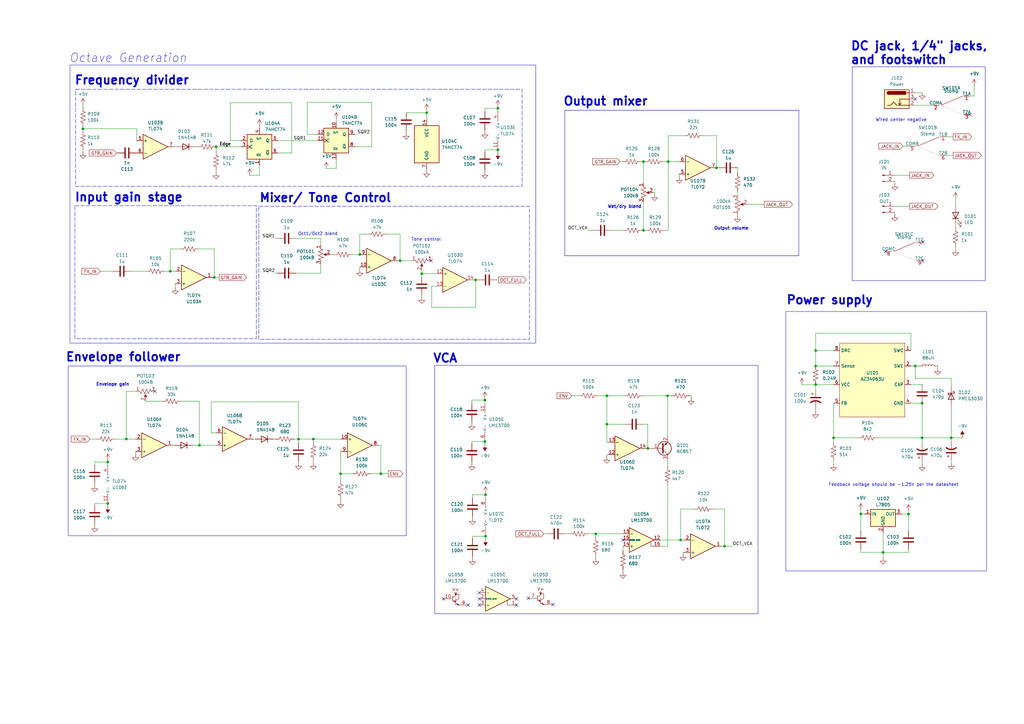
<source format=kicad_sch>
(kicad_sch (version 20231120) (generator "eeschema") (generator_version "8.0")
  (paper "A3")
  (junction (at 293.878 68.834))
  (junction (at 334.518 157.734))
  (junction (at 81.788 182.626))
  (junction (at 199.136 219.964))
  (junction (at 274.066 66.294))
  (junction (at 334.518 143.764))
  (junction (at 88.646 60.198))
  (junction (at 147.574 104.394))
  (junction (at 198.882 181.102))
  (junction (at 139.7 194.31))
  (junction (at 378.206 179.578))
  (junction (at 279.146 221.488))
  (junction (at 341.884 179.578))
  (junction (at 375.412 150.114))
  (junction (at 199.136 202.946))
  (junction (at 204.216 44.45))
  (junction (at 273.812 162.306))
  (junction (at 353.06 210.82))
  (junction (at 198.882 164.084))
  (junction (at 265.684 183.896))
  (junction (at 51.816 180.086))
  (junction (at 248.92 162.306))
  (junction (at 195.072 114.808))
  (junction (at 172.974 112.268))
  (junction (at 128.524 180.086))
  (junction (at 69.85 111.252))
  (junction (at 362.204 226.568))
  (junction (at 87.884 113.792))
  (junction (at 244.348 218.948))
  (junction (at 372.618 210.82))
  (junction (at 334.518 150.114))
  (junction (at 44.196 206.502))
  (junction (at 263.906 66.294))
  (junction (at 378.206 165.354))
  (junction (at 44.196 189.484))
  (junction (at 390.144 179.578))
  (junction (at 122.428 180.086))
  (junction (at 156.21 194.31))
  (junction (at 164.084 106.934))
  (junction (at 175.006 46.228))
  (junction (at 263.906 94.488))
  (junction (at 297.18 224.028))
  (junction (at 34.036 52.832))
  (junction (at 248.92 173.99))
  (junction (at 204.216 61.468))
  (no_connect (at 255.524 221.488))
  (no_connect (at 226.822 247.904))
  (no_connect (at 192.024 248.158))
  (no_connect (at 378.46 99.314))
  (no_connect (at 397.764 46.99))
  (no_connect (at 196.596 248.158))
  (no_connect (at 211.836 245.618))
  (no_connect (at 216.662 245.364))
  (no_connect (at 211.836 248.158))
  (no_connect (at 378.46 106.934))
  (no_connect (at 181.864 245.618))
  (no_connect (at 63.5 160.528))
  (no_connect (at 375.412 40.64))
  (no_connect (at 196.596 245.618))
  (no_connect (at 176.784 106.934))
  (no_connect (at 196.596 243.078))
  (no_connect (at 363.22 103.124))
  (wire (pts (xy 94.488 57.658) (xy 94.488 42.164)))
  (wire (pts (xy 341.884 143.764) (xy 334.518 143.764)))
  (wire (pts (xy 38.862 198.374) (xy 38.862 199.136)))
  (wire (pts (xy 152.146 194.31) (xy 156.21 194.31)))
  (wire (pts (xy 369.824 210.82) (xy 372.618 210.82)))
  (wire (pts (xy 125.984 41.91) (xy 152.4 41.91)))
  (wire (pts (xy 56.134 57.658) (xy 56.134 52.832)))
  (wire (pts (xy 125.984 55.118) (xy 125.984 41.91)))
  (wire (pts (xy 130.302 55.118) (xy 125.984 55.118)))
  (wire (pts (xy 152.4 41.91) (xy 152.4 60.198)))
  (wire (pts (xy 51.816 180.086) (xy 55.626 180.086)))
  (wire (pts (xy 199.136 202.184) (xy 199.136 202.946)))
  (wire (pts (xy 274.066 66.294) (xy 272.034 66.294)))
  (wire (pts (xy 244.348 218.948) (xy 255.524 218.948)))
  (wire (pts (xy 391.922 81.534) (xy 391.922 84.582)))
  (wire (pts (xy 55.626 185.166) (xy 55.626 186.436)))
  (wire (pts (xy 81.788 182.626) (xy 88.646 182.626)))
  (wire (pts (xy 274.066 66.294) (xy 274.066 94.488)))
  (wire (pts (xy 86.614 164.846) (xy 122.428 164.846)))
  (wire (pts (xy 195.072 114.808) (xy 196.088 114.808)))
  (wire (pts (xy 198.882 164.084) (xy 198.882 165.608)))
  (wire (pts (xy 334.518 143.764) (xy 334.518 150.114)))
  (wire (pts (xy 79.248 182.626) (xy 81.788 182.626)))
  (wire (pts (xy 302.514 87.63) (xy 302.514 88.646)))
  (wire (pts (xy 375.412 38.1) (xy 378.206 38.1)))
  (wire (pts (xy 373.634 165.354) (xy 378.206 165.354)))
  (wire (pts (xy 147.828 109.474) (xy 147.574 109.474)))
  (wire (pts (xy 51.816 160.528) (xy 51.816 180.086)))
  (wire (pts (xy 265.684 173.99) (xy 265.684 183.896)))
  (wire (pts (xy 139.7 197.104) (xy 139.7 194.31)))
  (wire (pts (xy 122.428 180.086) (xy 128.524 180.086)))
  (wire (pts (xy 283.464 163.322) (xy 283.464 162.306)))
  (wire (pts (xy 38.862 207.264) (xy 38.862 206.502)))
  (wire (pts (xy 273.812 224.028) (xy 270.764 224.028)))
  (wire (pts (xy 280.162 226.568) (xy 280.162 227.33)))
  (wire (pts (xy 297.18 224.028) (xy 300.482 224.028)))
  (wire (pts (xy 367.03 84.582) (xy 373.126 84.582)))
  (wire (pts (xy 139.7 204.724) (xy 139.7 205.74)))
  (wire (pts (xy 297.18 224.028) (xy 295.91 224.028)))
  (wire (pts (xy 47.752 62.738) (xy 48.26 62.738)))
  (wire (pts (xy 372.618 225.298) (xy 372.618 226.568)))
  (wire (pts (xy 223.012 218.948) (xy 224.282 218.948)))
  (wire (pts (xy 166.624 53.848) (xy 166.624 54.61)))
  (wire (pts (xy 193.802 211.836) (xy 193.802 212.598)))
  (wire (pts (xy 372.618 226.568) (xy 362.204 226.568)))
  (wire (pts (xy 172.974 110.744) (xy 172.974 112.268)))
  (wire (pts (xy 272.542 94.488) (xy 274.066 94.488)))
  (wire (pts (xy 172.974 112.268) (xy 179.07 112.268)))
  (wire (pts (xy 152.4 60.198) (xy 145.542 60.198)))
  (wire (pts (xy 137.922 48.768) (xy 137.922 50.038)))
  (wire (pts (xy 270.764 221.488) (xy 279.146 221.488)))
  (wire (pts (xy 293.878 68.834) (xy 294.894 68.834)))
  (wire (pts (xy 334.518 157.734) (xy 341.884 157.734)))
  (wire (pts (xy 241.046 94.488) (xy 243.332 94.488)))
  (wire (pts (xy 199.136 219.964) (xy 199.136 221.234)))
  (wire (pts (xy 193.802 204.216) (xy 193.802 202.946)))
  (wire (pts (xy 264.922 183.896) (xy 265.684 183.896)))
  (wire (pts (xy 55.88 160.528) (xy 51.816 160.528)))
  (wire (pts (xy 384.556 150.114) (xy 384.556 151.13)))
  (wire (pts (xy 273.812 162.306) (xy 273.812 178.816)))
  (wire (pts (xy 112.776 112.014) (xy 113.792 112.014)))
  (wire (pts (xy 193.802 228.346) (xy 193.802 229.108)))
  (wire (pts (xy 204.216 61.214) (xy 204.216 61.468)))
  (wire (pts (xy 98.806 57.658) (xy 94.488 57.658)))
  (wire (pts (xy 156.21 194.31) (xy 156.21 182.626)))
  (wire (pts (xy 106.426 71.882) (xy 106.426 67.818)))
  (wire (pts (xy 147.574 96.012) (xy 147.574 104.394)))
  (wire (pts (xy 273.812 188.976) (xy 273.812 191.262)))
  (wire (pts (xy 128.524 180.086) (xy 139.954 180.086)))
  (wire (pts (xy 341.884 179.578) (xy 341.884 181.356)))
  (wire (pts (xy 94.488 42.164) (xy 119.634 42.164)))
  (wire (pts (xy 156.21 194.31) (xy 159.258 194.31)))
  (wire (pts (xy 250.952 94.488) (xy 255.778 94.488)))
  (wire (pts (xy 103.886 180.086) (xy 104.648 180.086)))
  (wire (pts (xy 67.564 111.252) (xy 69.85 111.252)))
  (wire (pts (xy 388.112 63.754) (xy 390.906 63.754)))
  (wire (pts (xy 80.01 60.198) (xy 81.026 60.198)))
  (wire (pts (xy 273.812 198.882) (xy 273.812 224.028)))
  (wire (pts (xy 263.906 82.804) (xy 263.906 94.488)))
  (wire (pts (xy 263.906 66.294) (xy 263.906 75.184)))
  (wire (pts (xy 248.92 173.99) (xy 256.286 173.99)))
  (wire (pts (xy 280.67 55.626) (xy 274.066 55.626)))
  (wire (pts (xy 199.136 219.71) (xy 199.136 219.964)))
  (wire (pts (xy 172.974 112.268) (xy 172.974 113.538)))
  (wire (pts (xy 256.032 162.306) (xy 248.92 162.306)))
  (wire (pts (xy 198.882 53.34) (xy 198.882 54.102)))
  (wire (pts (xy 121.412 112.014) (xy 131.572 112.014)))
  (wire (pts (xy 36.83 180.086) (xy 39.624 180.086)))
  (wire (pts (xy 359.664 179.578) (xy 378.206 179.578)))
  (wire (pts (xy 390.144 179.578) (xy 390.144 181.102)))
  (wire (pts (xy 119.634 62.738) (xy 114.046 62.738)))
  (wire (pts (xy 302.514 78.486) (xy 302.514 80.01)))
  (wire (pts (xy 353.06 210.82) (xy 353.06 217.678)))
  (wire (pts (xy 198.882 181.102) (xy 198.882 182.372)))
  (wire (pts (xy 341.884 165.354) (xy 341.884 179.578)))
  (wire (pts (xy 144.526 104.394) (xy 147.574 104.394)))
  (wire (pts (xy 262.89 66.294) (xy 263.906 66.294)))
  (wire (pts (xy 70.866 182.626) (xy 71.628 182.626)))
  (wire (pts (xy 158.496 96.012) (xy 164.084 96.012)))
  (wire (pts (xy 375.412 155.194) (xy 375.412 150.114)))
  (wire (pts (xy 198.882 61.468) (xy 204.216 61.468)))
  (wire (pts (xy 390.144 188.722) (xy 390.144 189.992)))
  (wire (pts (xy 175.006 45.212) (xy 175.006 46.228)))
  (wire (pts (xy 263.652 162.306) (xy 273.812 162.306)))
  (wire (pts (xy 87.884 102.108) (xy 87.884 113.792)))
  (wire (pts (xy 248.92 173.99) (xy 248.92 181.356)))
  (wire (pts (xy 204.216 61.468) (xy 204.216 62.738)))
  (wire (pts (xy 193.802 202.946) (xy 199.136 202.946)))
  (wire (pts (xy 135.382 104.394) (xy 136.906 104.394)))
  (wire (pts (xy 112.776 97.79) (xy 113.792 97.79)))
  (wire (pts (xy 71.882 116.332) (xy 71.882 118.11)))
  (wire (pts (xy 241.3 218.948) (xy 244.348 218.948)))
  (wire (pts (xy 373.634 150.114) (xy 375.412 150.114)))
  (wire (pts (xy 195.072 125.984) (xy 195.072 114.808)))
  (wire (pts (xy 394.716 179.324) (xy 394.716 179.578)))
  (wire (pts (xy 47.244 180.086) (xy 51.816 180.086)))
  (wire (pts (xy 69.85 102.108) (xy 69.85 111.252)))
  (wire (pts (xy 139.7 185.166) (xy 139.954 185.166)))
  (wire (pts (xy 44.196 189.484) (xy 44.196 191.008)))
  (wire (pts (xy 249.682 186.436) (xy 248.92 186.436)))
  (wire (pts (xy 147.574 104.394) (xy 147.828 104.394)))
  (wire (pts (xy 164.084 106.934) (xy 169.164 106.934)))
  (wire (pts (xy 114.046 57.658) (xy 130.302 57.658)))
  (wire (pts (xy 265.684 183.896) (xy 266.192 183.896)))
  (wire (pts (xy 198.882 44.45) (xy 204.216 44.45)))
  (wire (pts (xy 382.524 43.18) (xy 375.412 43.18)))
  (wire (pts (xy 375.412 150.114) (xy 376.936 150.114)))
  (wire (pts (xy 177.038 117.348) (xy 177.038 125.984)))
  (wire (pts (xy 373.634 136.652) (xy 334.518 136.652)))
  (wire (pts (xy 34.036 61.468) (xy 34.036 62.484)))
  (wire (pts (xy 164.084 106.934) (xy 163.068 106.934)))
  (wire (pts (xy 59.69 164.592) (xy 66.548 164.592)))
  (wire (pts (xy 122.428 180.086) (xy 120.65 180.086)))
  (wire (pts (xy 41.148 111.252) (xy 46.228 111.252)))
  (wire (pts (xy 373.634 143.764) (xy 373.634 136.652)))
  (wire (pts (xy 353.06 226.568) (xy 362.204 226.568)))
  (wire (pts (xy 81.534 102.108) (xy 87.884 102.108)))
  (wire (pts (xy 139.7 194.31) (xy 144.526 194.31)))
  (wire (pts (xy 378.206 179.578) (xy 378.206 181.61)))
  (wire (pts (xy 175.006 46.228) (xy 175.006 49.022)))
  (wire (pts (xy 328.93 157.734) (xy 334.518 157.734)))
  (wire (pts (xy 44.196 206.502) (xy 44.196 207.772)))
  (wire (pts (xy 399.542 39.37) (xy 397.764 39.37)))
  (wire (pts (xy 274.066 55.626) (xy 274.066 66.294)))
  (wire (pts (xy 133.858 69.088) (xy 137.922 69.088)))
  (wire (pts (xy 177.038 125.984) (xy 195.072 125.984)))
  (wire (pts (xy 255.524 233.68) (xy 255.524 234.696)))
  (wire (pts (xy 102.362 71.882) (xy 106.426 71.882)))
  (wire (pts (xy 193.802 219.964) (xy 199.136 219.964)))
  (wire (pts (xy 284.734 208.788) (xy 279.146 208.788)))
  (wire (pts (xy 280.67 226.568) (xy 280.162 226.568)))
  (wire (pts (xy 119.634 42.164) (xy 119.634 62.738)))
  (wire (pts (xy 69.85 111.252) (xy 71.882 111.252)))
  (wire (pts (xy 81.788 164.592) (xy 81.788 182.626)))
  (wire (pts (xy 106.426 51.562) (xy 106.426 52.578)))
  (wire (pts (xy 204.216 43.688) (xy 204.216 44.45)))
  (wire (pts (xy 122.428 164.846) (xy 122.428 180.086)))
  (wire (pts (xy 390.144 179.578) (xy 378.206 179.578)))
  (wire (pts (xy 263.906 173.99) (xy 265.684 173.99)))
  (wire (pts (xy 372.618 209.55) (xy 372.618 210.82)))
  (wire (pts (xy 38.862 214.884) (xy 38.862 215.646)))
  (wire (pts (xy 166.624 46.228) (xy 175.006 46.228)))
  (wire (pts (xy 293.878 55.626) (xy 288.29 55.626)))
  (wire (pts (xy 193.548 181.102) (xy 198.882 181.102)))
  (wire (pts (xy 279.146 221.488) (xy 280.67 221.488)))
  (wire (pts (xy 293.878 68.834) (xy 293.878 55.626)))
  (wire (pts (xy 370.332 59.944) (xy 372.872 59.944)))
  (wire (pts (xy 122.428 180.086) (xy 122.428 181.61)))
  (wire (pts (xy 244.348 228.092) (xy 244.348 229.108)))
  (wire (pts (xy 121.412 97.79) (xy 131.572 97.79)))
  (wire (pts (xy 34.036 51.816) (xy 34.036 52.832)))
  (wire (pts (xy 302.514 68.834) (xy 302.514 70.866)))
  (wire (pts (xy 341.884 188.976) (xy 341.884 190.5)))
  (wire (pts (xy 34.036 42.926) (xy 34.036 44.196)))
  (wire (pts (xy 74.168 164.592) (xy 81.788 164.592)))
  (wire (pts (xy 56.134 52.832) (xy 34.036 52.832)))
  (wire (pts (xy 388.112 56.134) (xy 390.906 56.134)))
  (wire (pts (xy 292.354 208.788) (xy 297.18 208.788)))
  (wire (pts (xy 175.006 69.342) (xy 175.006 70.104)))
  (wire (pts (xy 139.7 194.31) (xy 139.7 185.166)))
  (wire (pts (xy 193.548 164.084) (xy 198.882 164.084)))
  (wire (pts (xy 248.92 162.306) (xy 248.92 173.99)))
  (wire (pts (xy 38.862 206.502) (xy 44.196 206.502)))
  (wire (pts (xy 199.136 202.946) (xy 199.136 204.47)))
  (wire (pts (xy 193.548 172.974) (xy 193.548 173.736)))
  (wire (pts (xy 156.21 182.626) (xy 155.194 182.626)))
  (wire (pts (xy 198.882 69.85) (xy 198.882 70.612)))
  (wire (pts (xy 306.324 83.82) (xy 313.436 83.82)))
  (wire (pts (xy 234.442 162.306) (xy 237.49 162.306)))
  (wire (pts (xy 268.478 78.994) (xy 268.478 79.756)))
  (wire (pts (xy 87.884 113.792) (xy 89.916 113.792)))
  (wire (pts (xy 38.862 189.484) (xy 44.196 189.484)))
  (wire (pts (xy 88.646 60.198) (xy 88.646 62.23)))
  (wire (pts (xy 279.146 208.788) (xy 279.146 221.488)))
  (wire (pts (xy 164.084 96.012) (xy 164.084 106.934)))
  (wire (pts (xy 255.524 224.028) (xy 255.524 226.06)))
  (wire (pts (xy 399.542 35.052) (xy 399.542 39.37)))
  (wire (pts (xy 88.646 177.546) (xy 86.614 177.546)))
  (wire (pts (xy 198.882 45.72) (xy 198.882 44.45)))
  (wire (pts (xy 128.524 180.086) (xy 128.524 181.356)))
  (wire (pts (xy 193.548 189.484) (xy 193.548 190.246)))
  (wire (pts (xy 334.518 136.652) (xy 334.518 143.764)))
  (wire (pts (xy 71.374 60.198) (xy 72.39 60.198)))
  (wire (pts (xy 353.06 225.298) (xy 353.06 226.568)))
  (wire (pts (xy 297.18 208.788) (xy 297.18 224.028)))
  (wire (pts (xy 263.906 94.488) (xy 264.922 94.488)))
  (wire (pts (xy 367.03 71.882) (xy 373.126 71.882)))
  (wire (pts (xy 362.204 226.568) (xy 362.204 228.854)))
  (wire (pts (xy 353.06 209.042) (xy 353.06 210.82)))
  (wire (pts (xy 278.638 66.294) (xy 274.066 66.294)))
  (wire (pts (xy 86.614 177.546) (xy 86.614 164.846)))
  (wire (pts (xy 59.69 164.338) (xy 59.69 164.592)))
  (wire (pts (xy 263.398 94.488) (xy 263.906 94.488)))
  (wire (pts (xy 362.204 218.44) (xy 362.204 226.568)))
  (wire (pts (xy 193.548 165.354) (xy 193.548 164.084)))
  (wire (pts (xy 353.06 210.82) (xy 354.584 210.82)))
  (wire (pts (xy 373.634 157.734) (xy 378.206 157.734)))
  (wire (pts (xy 198.882 163.322) (xy 198.882 164.084)))
  (wire (pts (xy 172.974 121.158) (xy 172.974 121.92)))
  (wire (pts (xy 88.646 60.198) (xy 98.806 60.198)))
  (wire (pts (xy 378.206 179.578) (xy 378.206 165.354)))
  (wire (pts (xy 150.876 96.012) (xy 147.574 96.012)))
  (wire (pts (xy 278.638 71.374) (xy 278.638 72.644)))
  (wire (pts (xy 334.518 167.64) (xy 334.518 168.91)))
  (wire (pts (xy 87.884 113.792) (xy 87.122 113.792)))
  (wire (pts (xy 390.144 158.75) (xy 390.144 155.194)))
  (wire (pts (xy 137.922 69.088) (xy 137.922 65.278)))
  (wire (pts (xy 249.682 181.356) (xy 248.92 181.356)))
  (wire (pts (xy 367.03 74.422) (xy 367.03 75.438)))
  (wire (pts (xy 179.07 117.348) (xy 177.038 117.348)))
  (wire (pts (xy 193.548 181.864) (xy 193.548 181.102)))
  (wire (pts (xy 122.428 189.23) (xy 122.428 189.992)))
  (wire (pts (xy 198.882 62.23) (xy 198.882 61.468)))
  (wire (pts (xy 390.144 155.194) (xy 375.412 155.194)))
  (wire (pts (xy 198.882 180.848) (xy 198.882 181.102)))
  (wire (pts (xy 391.922 101.092) (xy 391.922 102.362)))
  (wire (pts (xy 372.618 210.82) (xy 372.618 217.678)))
  (wire (pts (xy 341.884 179.578) (xy 352.044 179.578)))
  (wire (pts (xy 195.072 114.808) (xy 194.31 114.808)))
  (wire (pts (xy 44.196 206.248) (xy 44.196 206.502)))
  (wire (pts (xy 245.11 162.306) (xy 248.92 162.306)))
  (wire (pts (xy 34.036 52.832) (xy 34.036 53.848)))
  (wire (pts (xy 367.03 87.122) (xy 367.03 88.138)))
  (wire (pts (xy 131.572 112.014) (xy 131.572 108.204)))
  (wire (pts (xy 273.812 162.306) (xy 275.336 162.306)))
  (wire (pts (xy 44.196 188.722) (xy 44.196 189.484)))
  (wire (pts (xy 145.542 55.118) (xy 146.558 55.118)))
  (wire (pts (xy 204.216 44.45) (xy 204.216 45.974)))
  (wire (pts (xy 128.524 188.976) (xy 128.524 189.992)))
  (wire (pts (xy 244.348 218.948) (xy 244.348 220.472)))
  (wire (pts (xy 390.144 166.37) (xy 390.144 179.578)))
  (wire (pts (xy 88.646 69.85) (xy 88.646 70.866)))
  (wire (pts (xy 394.716 179.578) (xy 390.144 179.578)))
  (wire (pts (xy 73.914 102.108) (xy 69.85 102.108)))
  (wire (pts (xy 147.574 109.474) (xy 147.574 110.744)))
  (wire (pts (xy 55.88 62.738) (xy 56.134 62.738)))
  (wire (pts (xy 378.206 189.23) (xy 378.206 190.5)))
  (wire (pts (xy 53.848 111.252) (xy 59.944 111.252)))
  (wire (pts (xy 112.268 180.086) (xy 113.03 180.086)))
  (wire (pts (xy 193.802 220.726) (xy 193.802 219.964)))
  (wire (pts (xy 267.716 78.994) (xy 268.478 78.994)))
  (wire (pts (xy 334.518 157.734) (xy 334.518 160.02)))
  (wire (pts (xy 38.862 190.754) (xy 38.862 189.484)))
  (wire (pts (xy 334.518 150.114) (xy 341.884 150.114)))
  (wire (pts (xy 283.464 162.306) (xy 282.956 162.306)))
  (wire (pts (xy 248.92 186.436) (xy 248.92 187.452)))
  (wire (pts (xy 203.708 114.808) (xy 204.47 114.808)))
  (wire (pts (xy 263.906 66.294) (xy 264.414 66.294)))
  (wire (pts (xy 231.902 218.948) (xy 233.68 218.948)))
  (wire (pts (xy 391.922 92.202) (xy 391.922 93.472)))
  (wire (pts (xy 131.572 97.79) (xy 131.572 100.584)))
  (wire (pts (xy 254.254 66.294) (xy 255.27 66.294)))
  (rectangle (start 106.172 84.582) (end 217.17 139.192) (stroke (width 0) (type dash)))
  (rectangle (start 27.94 150.114) (end 166.624 219.71))
  (rectangle (start 28.702 26.67) (end 219.71 140.716))
  (rectangle (start 231.648 45.212) (end 327.66 104.902))
  (rectangle (start 349.504 27.432) (end 404.114 115.062))
  (rectangle (start 30.988 36.576) (end 214.122 76.454) (stroke (width 0) (type dash)))
  (rectangle (start 178.308 149.86) (end 310.896 251.714))
  (rectangle (start 30.734 84.328) (end 105.156 138.938) (stroke (width 0) (type dash)))
  (rectangle (start 322.326 127.762) (end 404.622 234.188))
  (text "DC jack, 1/4\" jacks, \nand footswitch" (at 348.742 21.844 0) (effects (font (size 3.5 3.5) (thickness 0.7) (bold yes)) (justify left)))
  (text "Envelope follower" (at 50.546 146.558 0) (effects (font (size 3.5 3.5) (thickness 0.7) (bold yes))))
  (text "Tone control" (at 168.656 98.298 0) (effects (font (size 1.27 1.27)) (justify left)))
  (text "Output volume" (at 292.862 93.726 0) (effects (font (size 1.27 1.27) (thickness 0.254) (bold yes)) (justify left)))
  (text "Feedback voltage should be -1.25V per the datasheet" (at 339.852 198.882 0) (effects (font (size 1.27 1.27)) (justify left)))
  (text "Frequency divider" (at 54.102 33.02 0) (effects (font (size 3.5 3.5) (thickness 0.7) (bold yes))))
  (text "Wet/dry blend" (at 249.174 84.836 0) (effects (font (size 1.27 1.27) (thickness 0.254) (bold yes)) (justify left)))
  (text "Octave Generation" (at 52.578 23.876 0) (effects (font (size 3.5 3.5) (italic yes))))
  (text "Mixer/ Tone Control" (at 106.172 81.28 0) (effects (font (size 3.5 3.5) (thickness 0.7) (bold yes)) (justify left)))
  (text "Input gain stage" (at 52.832 81.026 0) (effects (font (size 3.5 3.5) (thickness 0.7) (bold yes))))
  (text "Envelope gain" (at 39.37 157.734 0) (effects (font (size 1.27 1.27) (thickness 0.254) (bold yes)) (justify left)))
  (text "VCA" (at 182.626 147.066 0) (effects (font (size 3.5 3.5) (thickness 0.7) (bold yes))))
  (text "Output mixer" (at 248.412 41.656 0) (effects (font (size 3.5 3.5) (thickness 0.7) (bold yes))))
  (text "Power supply" (at 322.326 123.19 0) (effects (font (size 3.5 3.5) (thickness 0.7) (bold yes)) (justify left)))
  (text "Wired center negative" (at 369.57 49.276 0) (effects (font (size 1.27 1.27))))
  (text "Oct1/Oct2 blend" (at 122.174 96.012 0) (effects (font (size 1.27 1.27)) (justify left)))
  (label "OCT_VCA" (at 241.046 94.488 180))
  (label "OCT_VCA" (at 300.482 224.028 0))
  (label "SQR2" (at 112.776 112.014 180))
  (label "SQR1" (at 112.776 97.79 180))
  (label "Edge" (at 89.916 60.198 0) (effects (font (bold yes))))
  (label "SQR1" (at 120.396 57.658 0))
  (label "SQR2" (at 146.558 55.118 0))
  (global_label "ENV" (shape output) (at 159.258 194.31 0) (property "Intersheetrefs" "${INTERSHEET_REFS}" (effects (hide yes))))
  (global_label "JACK_OUT" (shape output) (at 373.126 84.582 0) (property "Intersheetrefs" "${INTERSHEET_REFS}" (effects (hide yes))))
  (global_label "ENV" (shape input) (at 234.442 162.306 180) (property "Intersheetrefs" "${INTERSHEET_REFS}" (effects (hide yes))))
  (global_label "GTR_GAIN" (shape output) (at 89.916 113.792 0) (property "Intersheetrefs" "${INTERSHEET_REFS}" (effects (hide yes))))
  (global_label "FX_IN" (shape output) (at 390.906 56.134 0) (property "Intersheetrefs" "${INTERSHEET_REFS}" (effects (hide yes))))
  (global_label "OCT_FULL" (shape input) (at 223.012 218.948 180) (property "Intersheetrefs" "${INTERSHEET_REFS}" (effects (hide yes))))
  (global_label "JACK_OUT" (shape output) (at 390.906 63.754 0) (property "Intersheetrefs" "${INTERSHEET_REFS}" (effects (hide yes))))
  (global_label "OCT_FULL" (shape output) (at 204.47 114.808 0) (property "Intersheetrefs" "${INTERSHEET_REFS}" (effects (hide yes))))
  (global_label "FX_IN" (shape input) (at 36.83 180.086 180) (property "Intersheetrefs" "${INTERSHEET_REFS}" (effects (hide yes))))
  (global_label "JACK_IN" (shape input) (at 370.332 59.944 180) (property "Intersheetrefs" "${INTERSHEET_REFS}" (effects (hide yes))))
  (global_label "GTR_GAIN" (shape input) (at 47.752 62.738 180) (property "Intersheetrefs" "${INTERSHEET_REFS}" (effects (hide yes))))
  (global_label "GTR_GAIN" (shape input) (at 254.254 66.294 180) (property "Intersheetrefs" "${INTERSHEET_REFS}" (effects (hide yes))))
  (global_label "JACK_IN" (shape output) (at 373.126 71.882 0) (property "Intersheetrefs" "${INTERSHEET_REFS}" (effects (hide yes))))
  (global_label "JACK_OUT" (shape output) (at 313.436 83.82 0) (property "Intersheetrefs" "${INTERSHEET_REFS}" (effects (hide yes))))
  (global_label "FX_IN" (shape input) (at 41.148 111.252 180) (property "Intersheetrefs" "${INTERSHEET_REFS}" (effects (hide yes))))
  (symbol (lib_id "74xx:74HCT74") (at 106.426 60.198 0) (unit 1)
    (property "Reference" "U104" (at 108.6201 50.546 0) (effects (justify left)))
    (property "Value" "74HCT74" (at 108.6201 53.086 0) (effects (justify left)))
    (property "Footprint" "Package_SO:SO-14_3.9x8.65mm_P1.27mm" (effects (hide yes)))
    (property "Datasheet" "https://assets.nexperia.com/documents/data-sheet/74HC_HCT74.pdf" (effects (hide yes)))
    (property "Description" "Dual D Flip-flop, Set & Reset" (effects (hide yes)))
  )
  (symbol (lib_id "Device:C") (at 38.862 211.074 0) (unit 1)
    (property "Reference" "C117" (at 35.052 209.8039 0) (effects (justify right)))
    (property "Value" "100n" (at 35.052 212.3439 0) (effects (justify right)))
    (property "Footprint" "Capacitor_SMD:C_0805_2012Metric" (effects (hide yes)))
    (property "Description" "Unpolarized capacitor" (effects (hide yes)))
  )
  (symbol (lib_id "power:GND") (at 334.518 168.91 0) (unit 1)
    (property "Reference" "#PWR0108" (effects (hide yes)))
    (property "Value" "GND" (effects (hide yes)))
    (property "Description" "Power symbol creates a global label with name \"GND\" , ground" (effects (hide yes)))
  )
  (symbol (lib_id "power:-9V") (at 394.716 179.324 0) (unit 1)
    (property "Reference" "#PWR0116" (effects (hide yes)))
    (property "Value" "-9V" (at 394.716 174.752 0))
    (property "Description" "Power symbol creates a global label with name \"-9V\"" (effects (hide yes)))
  )
  (symbol (lib_id "power:GND") (at 280.162 227.33 0) (unit 1)
    (property "Reference" "#PWR0150" (effects (hide yes)))
    (property "Value" "GND" (effects (hide yes)))
    (property "Description" "Power symbol creates a global label with name \"GND\" , ground" (effects (hide yes)))
  )
  (symbol (lib_id "Device:C") (at 193.802 208.026 0) (unit 1)
    (property "Reference" "C120" (at 189.992 206.7559 0) (effects (justify right)))
    (property "Value" "100n" (at 189.992 209.2959 0) (effects (justify right)))
    (property "Footprint" "Capacitor_SMD:C_0805_2012Metric" (effects (hide yes)))
    (property "Description" "Unpolarized capacitor" (effects (hide yes)))
  )
  (symbol (lib_id "power:+5V") (at 175.006 45.212 0) (unit 1)
    (property "Reference" "#PWR0132" (effects (hide yes)))
    (property "Value" "+5V" (at 175.006 40.894 0))
    (property "Description" "Power symbol creates a global label with name \"+5V\"" (effects (hide yes)))
  )
  (symbol (lib_id "Device:C") (at 378.206 161.544 0) (unit 1)
    (property "Reference" "C104" (at 382.27 160.2739 0) (effects (justify left)))
    (property "Value" "470p" (at 382.27 162.8139 0) (effects (justify left)))
    (property "Footprint" "Capacitor_SMD:C_0805_2012Metric" (effects (hide yes)))
    (property "Description" "Unpolarized capacitor" (effects (hide yes)))
  )
  (symbol (lib_id "74xx:74HCT74") (at 137.922 57.658 0) (unit 2)
    (property "Reference" "U104" (at 140.1161 48.006 0) (effects (justify left)))
    (property "Value" "74HCT74" (at 140.1161 50.546 0) (effects (justify left)))
    (property "Footprint" "Package_SO:SO-14_3.9x8.65mm_P1.27mm" (effects (hide yes)))
    (property "Datasheet" "https://assets.nexperia.com/documents/data-sheet/74HC_HCT74.pdf" (effects (hide yes)))
    (property "Description" "Dual D Flip-flop, Set & Reset" (effects (hide yes)))
  )
  (symbol (lib_id "Connector:Conn_01x02_Pin") (at 361.95 71.882 0) (unit 1)
    (property "Reference" "J101" (at 362.585 66.294 0))
    (property "Value" "IN" (at 362.585 68.834 0))
    (property "Footprint" "Connector_PinHeader_2.54mm:PinHeader_1x02_P2.54mm_Vertical" (effects (hide yes)))
    (property "Description" "Generic connector, single row, 01x02, script generated" (effects (hide yes)))
  )
  (symbol (lib_id "Diode:1N4148") (at 75.438 182.626 180) (unit 1)
    (property "Reference" "D104" (at 72.136 176.276 0) (effects (justify right)))
    (property "Value" "1N4148" (at 72.136 178.816 0) (effects (justify right)))
    (property "Footprint" "Diode_SMD:D_SOD-123" (effects (hide yes)))
    (property "Datasheet" "https://assets.nexperia.com/documents/data-sheet/1N4148_1N4448.pdf" (effects (hide yes)))
    (property "Sim.Device" "D" (effects (hide yes)))
    (property "Sim.Pins" "1=K 2=A" (effects (hide yes)))
  )
  (symbol (lib_id "power:+5V") (at 34.036 42.926 0) (unit 1)
    (property "Reference" "#PWR0124" (effects (hide yes)))
    (property "Value" "+5V" (at 34.036 38.608 0))
    (property "Description" "Power symbol creates a global label with name \"+5V\"" (effects (hide yes)))
  )
  (symbol (lib_id "Amplifier_Operational:TL072") (at 288.29 224.028 0) (mirror x) (unit 1)
    (property "Reference" "U107" (at 288.29 213.868 0))
    (property "Value" "TL072" (at 288.29 216.408 0))
    (property "Footprint" "Package_SO:SOIC-8_3.9x4.9mm_P1.27mm" (effects (hide yes)))
    (property "Datasheet" "http://www.ti.com/lit/ds/symlink/tl071.pdf" (effects (hide yes)))
    (property "Description" "Dual Low-Noise JFET-Input Operational Amplifiers, DIP-8/SOIC-8" (effects (hide yes)))
  )
  (symbol (lib_id "Amplifier_Operational:TL072") (at 286.258 68.834 0) (mirror x) (unit 2)
    (property "Reference" "U107" (at 286.258 74.168 0))
    (property "Value" "TL072" (at 286.258 76.708 0))
    (property "Footprint" "Package_SO:SOIC-8_3.9x4.9mm_P1.27mm" (effects (hide yes)))
    (property "Datasheet" "http://www.ti.com/lit/ds/symlink/tl071.pdf" (effects (hide yes)))
    (property "Description" "Dual Low-Noise JFET-Input Operational Amplifiers, DIP-8/SOIC-8" (effects (hide yes)))
  )
  (symbol (lib_id "Device:C") (at 199.898 114.808 90) (unit 1)
    (property "Reference" "C114" (at 199.898 108.204 90))
    (property "Value" "1u" (at 199.898 110.744 90))
    (property "Footprint" "Capacitor_SMD:C_0805_2012Metric" (effects (hide yes)))
    (property "Description" "Unpolarized capacitor" (effects (hide yes)))
  )
  (symbol (lib_id "Device:R_US") (at 244.348 224.282 0) (unit 1)
    (property "Reference" "R116" (at 246.634 223.0119 0) (effects (justify left)))
    (property "Value" "680" (at 246.634 225.5519 0) (effects (justify left)))
    (property "Footprint" "Resistor_SMD:R_0805_2012Metric" (effects (hide yes)))
    (property "Description" "Resistor, US symbol" (effects (hide yes)))
  )
  (symbol (lib_id "Amplifier_Operational:TL074") (at 41.656 198.628 0) (mirror y) (unit 5)
    (property "Reference" "U106" (at 45.974 199.8981 0) (effects (justify right)))
    (property "Value" "TL074" (at 45.974 197.3581 0) (effects (justify right)))
    (property "Footprint" "Package_SO:SOIC-14_3.9x8.7mm_P1.27mm" (effects (hide yes)))
    (property "Datasheet" "http://www.ti.com/lit/ds/symlink/tl071.pdf" (effects (hide yes)))
    (property "Description" "Quad Low-Noise JFET-Input Operational Amplifiers, DIP-14/SOIC-14" (effects (hide yes)))
  )
  (symbol (lib_id "Device:R_US") (at 63.754 111.252 90) (unit 1)
    (property "Reference" "R105" (at 63.754 105.918 90))
    (property "Value" "10k" (at 63.754 108.458 90))
    (property "Footprint" "Resistor_SMD:R_0805_2012Metric" (effects (hide yes)))
    (property "Description" "Resistor, US symbol" (effects (hide yes)))
  )
  (symbol (lib_id "power:GND") (at 38.862 199.136 0) (unit 1)
    (property "Reference" "#PWR0134" (effects (hide yes)))
    (property "Value" "GND" (effects (hide yes)))
    (property "Description" "Power symbol creates a global label with name \"GND\" , ground" (effects (hide yes)))
  )
  (symbol (lib_id "Amplifier_Operational:TL074") (at 186.69 114.808 0) (unit 4)
    (property "Reference" "U103" (at 186.69 104.648 0))
    (property "Value" "TL074" (at 186.69 107.188 0))
    (property "Footprint" "Package_SO:SOIC-14_3.9x8.7mm_P1.27mm" (effects (hide yes)))
    (property "Datasheet" "http://www.ti.com/lit/ds/symlink/tl071.pdf" (effects (hide yes)))
    (property "Description" "Quad Low-Noise JFET-Input Operational Amplifiers, DIP-14/SOIC-14" (effects (hide yes)))
  )
  (symbol (lib_id "Device:R_US") (at 139.7 200.914 0) (unit 1)
    (property "Reference" "R127" (at 141.478 199.6439 0) (effects (justify left)))
    (property "Value" "47k" (at 141.478 202.1839 0) (effects (justify left)))
    (property "Footprint" "Resistor_SMD:R_0805_2012Metric" (effects (hide yes)))
    (property "Description" "Resistor, US symbol" (effects (hide yes)))
  )
  (symbol (lib_id "Amplifier_Operational:LM13700") (at 201.422 173.228 0) (unit 5)
    (property "Reference" "U105" (at 200.406 171.9579 0) (effects (justify left)))
    (property "Value" "LM13700" (at 200.406 174.4979 0) (effects (justify left)))
    (property "Footprint" "Package_SO:SOIC-16_3.9x9.9mm_P1.27mm" (effects (hide yes)))
    (property "Datasheet" "http://www.ti.com/lit/ds/symlink/lm13700.pdf" (effects (hide yes)))
    (property "Description" "Dual Operational Transconductance Amplifiers with Linearizing Diodes and Buffers, DIP-16/SOIC-16" (effects (hide yes)))
  )
  (symbol (lib_id "power:+5V") (at 106.426 51.562 0) (unit 1)
    (property "Reference" "#PWR0128" (effects (hide yes)))
    (property "Value" "+5V" (at 106.426 46.482 0))
    (property "Description" "Power symbol creates a global label with name \"+5V\"" (effects (hide yes)))
  )
  (symbol (lib_id "power:+9V") (at 204.216 43.688 0) (unit 1)
    (property "Reference" "#PWR0119" (effects (hide yes)))
    (property "Value" "+9V" (at 204.216 39.37 0))
    (property "Description" "Power symbol creates a global label with name \"+9V\"" (effects (hide yes)))
  )
  (symbol (lib_id "power:GND") (at 34.036 62.484 0) (unit 1)
    (property "Reference" "#PWR0125" (effects (hide yes)))
    (property "Value" "GND" (effects (hide yes)))
    (property "Description" "Power symbol creates a global label with name \"GND\" , ground" (effects (hide yes)))
  )
  (symbol (lib_id "Amplifier_Operational:TL074") (at 79.502 113.792 0) (mirror x) (unit 1)
    (property "Reference" "U103" (at 79.502 123.698 0))
    (property "Value" "TL074" (at 79.502 121.158 0))
    (property "Footprint" "Package_SO:SOIC-14_3.9x8.7mm_P1.27mm" (effects (hide yes)))
    (property "Datasheet" "http://www.ti.com/lit/ds/symlink/tl071.pdf" (effects (hide yes)))
    (property "Description" "Quad Low-Noise JFET-Input Operational Amplifiers, DIP-14/SOIC-14" (effects (hide yes)))
  )
  (symbol (lib_id "power:GND") (at 302.514 88.646 0) (unit 1)
    (property "Reference" "#PWR0157" (effects (hide yes)))
    (property "Value" "GND" (effects (hide yes)))
    (property "Description" "Power symbol creates a global label with name \"GND\" , ground" (effects (hide yes)))
  )
  (symbol (lib_id "Device:R_Potentiometer_US") (at 59.69 160.528 90) (mirror x) (unit 1)
    (property "Reference" "POT103" (at 59.69 154.178 90))
    (property "Value" "100kB" (at 59.69 156.718 90))
    (property "Footprint" "Potentiometer_THT:Potentiometer_Alpha_RD901F-40-00D_Single_Vertical" (effects (hide yes)))
    (property "Description" "Potentiometer, US symbol" (effects (hide yes)))
  )
  (symbol (lib_id "Regulator_Linear:L7805") (at 362.204 210.82 0) (unit 1)
    (property "Reference" "U102" (at 362.204 204.47 0))
    (property "Value" "L7805" (at 362.204 207.01 0))
    (property "Footprint" "PCM_4ms_Package_TO:TO-220-3_Vertical" (effects (hide yes)))
    (property "Datasheet" "http://www.st.com/content/ccc/resource/technical/document/datasheet/41/4f/b3/b0/12/d4/47/88/CD00000444.pdf/files/CD00000444.pdf/jcr:content/translations/en.CD00000444.pdf" (effects (hide yes)))
    (property "Description" "Positive 1.5A 35V Linear Regulator, Fixed Output 5V, TO-220/TO-263/TO-252" (effects (hide yes)))
  )
  (symbol (lib_id "Amplifier_Operational:TL074") (at 147.574 182.626 0) (unit 3)
    (property "Reference" "U106" (at 147.574 174.244 0))
    (property "Value" "TL074" (at 147.574 171.704 0))
    (property "Footprint" "Package_SO:SOIC-14_3.9x8.7mm_P1.27mm" (effects (hide yes)))
    (property "Datasheet" "http://www.ti.com/lit/ds/symlink/tl071.pdf" (effects (hide yes)))
    (property "Description" "Quad Low-Noise JFET-Input Operational Amplifiers, DIP-14/SOIC-14" (effects (hide yes)))
  )
  (symbol (lib_id "Device:R_Potentiometer_US") (at 302.514 83.82 0) (mirror x) (unit 1)
    (property "Reference" "POT105" (at 299.72 85.0901 0) (effects (justify right)))
    (property "Value" "100kA" (at 299.72 82.5501 0) (effects (justify right)))
    (property "Footprint" "Potentiometer_THT:Potentiometer_Alpha_RD901F-40-00D_Single_Vertical" (effects (hide yes)))
    (property "Description" "Potentiometer, US symbol" (effects (hide yes)))
  )
  (symbol (lib_id "power:GND") (at 128.524 189.992 0) (unit 1)
    (property "Reference" "#PWR0153" (effects (hide yes)))
    (property "Value" "GND" (effects (hide yes)))
    (property "Description" "Power symbol creates a global label with name \"GND\" , ground" (effects (hide yes)))
  )
  (symbol (lib_id "power:GND") (at 71.882 118.11 0) (unit 1)
    (property "Reference" "#PWR0121" (effects (hide yes)))
    (property "Value" "GND" (effects (hide yes)))
    (property "Description" "Power symbol creates a global label with name \"GND\" , ground" (effects (hide yes)))
  )
  (symbol (lib_id "Device:R_US") (at 334.518 153.924 180) (unit 1)
    (property "Reference" "R102" (at 337.312 152.6539 0) (effects (justify right)))
    (property "Value" "0.24R" (at 337.312 155.1939 0) (effects (justify right)))
    (property "Footprint" "Resistor_SMD:R_0805_2012Metric" (effects (hide yes)))
    (property "Description" "Resistor, US symbol" (effects (hide yes)))
  )
  (symbol (lib_id "Device:C") (at 50.038 111.252 90) (unit 1)
    (property "Reference" "C111" (at 50.038 104.648 90))
    (property "Value" "1u" (at 50.038 107.188 90))
    (property "Footprint" "Capacitor_SMD:C_0805_2012Metric" (effects (hide yes)))
    (property "Description" "Unpolarized capacitor" (effects (hide yes)))
  )
  (symbol (lib_id "power:GND") (at 390.144 189.992 0) (unit 1)
    (property "Reference" "#PWR0115" (effects (hide yes)))
    (property "Value" "GND" (effects (hide yes)))
    (property "Description" "Power symbol creates a global label with name \"GND\" , ground" (effects (hide yes)))
  )
  (symbol (lib_id "Amplifier_Operational:TL072") (at 201.676 212.09 0) (unit 3)
    (property "Reference" "U107" (at 200.406 210.8199 0) (effects (justify left)))
    (property "Value" "TL072" (at 200.406 213.3599 0) (effects (justify left)))
    (property "Footprint" "Package_SO:SOIC-8_3.9x4.9mm_P1.27mm" (effects (hide yes)))
    (property "Datasheet" "http://www.ti.com/lit/ds/symlink/tl071.pdf" (effects (hide yes)))
    (property "Description" "Dual Low-Noise JFET-Input Operational Amplifiers, DIP-8/SOIC-8" (effects (hide yes)))
  )
  (symbol (lib_id "Device:R_US") (at 43.434 180.086 90) (unit 1)
    (property "Reference" "R113" (at 43.434 174.498 90))
    (property "Value" "22k" (at 43.434 177.038 90))
    (property "Footprint" "Resistor_SMD:R_0805_2012Metric" (effects (hide yes)))
    (property "Description" "Resistor, US symbol" (effects (hide yes)))
  )
  (symbol (lib_id "power:GND") (at 166.624 54.61 0) (unit 1)
    (property "Reference" "#PWR0131" (effects (hide yes)))
    (property "Value" "GND" (effects (hide yes)))
    (property "Description" "Power symbol creates a global label with name \"GND\" , ground" (effects (hide yes)))
  )
  (symbol (lib_id "power:-9V") (at 199.136 221.234 180) (unit 1)
    (property "Reference" "#PWR0145" (effects (hide yes)))
    (property "Value" "-9V" (at 199.136 225.806 0))
    (property "Description" "Power symbol creates a global label with name \"-9V\"" (effects (hide yes)))
  )
  (symbol (lib_id "power:GND") (at 255.524 234.696 0) (unit 1)
    (property "Reference" "#PWR0149" (effects (hide yes)))
    (property "Value" "GND" (effects (hide yes)))
    (property "Description" "Power symbol creates a global label with name \"GND\" , ground" (effects (hide yes)))
  )
  (symbol (lib_id "Device:C") (at 193.548 185.674 0) (unit 1)
    (property "Reference" "C119" (at 189.738 184.4039 0) (effects (justify right)))
    (property "Value" "100n" (at 189.738 186.9439 0) (effects (justify right)))
    (property "Footprint" "Capacitor_SMD:C_0805_2012Metric" (effects (hide yes)))
    (property "Description" "Unpolarized capacitor" (effects (hide yes)))
  )
  (symbol (lib_id "power:GND") (at 362.204 228.854 0) (unit 1)
    (property "Reference" "#PWR0111" (effects (hide yes)))
    (property "Value" "GND" (effects (hide yes)))
    (property "Description" "Power symbol creates a global label with name \"GND\" , ground" (effects (hide yes)))
  )
  (symbol (lib_id "power:GND") (at 193.548 173.736 0) (unit 1)
    (property "Reference" "#PWR0136" (effects (hide yes)))
    (property "Value" "GND" (effects (hide yes)))
    (property "Description" "Power symbol creates a global label with name \"GND\" , ground" (effects (hide yes)))
  )
  (symbol (lib_id "Device:R_US") (at 88.646 66.04 0) (unit 1)
    (property "Reference" "R112" (at 91.186 64.7699 0) (effects (justify left)))
    (property "Value" "47k" (at 91.186 67.3099 0) (effects (justify left)))
    (property "Footprint" "Resistor_SMD:R_0805_2012Metric" (effects (hide yes)))
    (property "Description" "Resistor, US symbol" (effects (hide yes)))
  )
  (symbol (lib_id "Device:R_US") (at 279.146 162.306 90) (unit 1)
    (property "Reference" "R121" (at 279.146 156.21 90))
    (property "Value" "470" (at 279.146 158.75 90))
    (property "Footprint" "Resistor_SMD:R_0805_2012Metric" (effects (hide yes)))
    (property "Description" "Resistor, US symbol" (effects (hide yes)))
  )
  (symbol (lib_id "Device:L") (at 380.746 150.114 90) (unit 1)
    (property "Reference" "L101" (at 380.746 144.272 90))
    (property "Value" "88uH" (at 380.746 146.812 90))
    (property "Footprint" "Inductor_SMD:L_Taiyo-Yuden_NR-80xx" (effects (hide yes)))
    (property "Description" "Inductor" (effects (hide yes)))
  )
  (symbol (lib_id "power:GND") (at 341.884 190.5 0) (unit 1)
    (property "Reference" "#PWR0109" (effects (hide yes)))
    (property "Value" "GND" (effects (hide yes)))
    (property "Description" "Power symbol creates a global label with name \"GND\" , ground" (effects (hide yes)))
  )
  (symbol (lib_id "power:+9V") (at 198.882 163.322 0) (unit 1)
    (property "Reference" "#PWR0142" (effects (hide yes)))
    (property "Value" "+9V" (at 198.882 159.004 0))
    (property "Description" "Power symbol creates a global label with name \"+9V\"" (effects (hide yes)))
  )
  (symbol (lib_id "power:GND") (at 283.464 163.322 0) (unit 1)
    (property "Reference" "#PWR0151" (effects (hide yes)))
    (property "Value" "GND" (effects (hide yes)))
    (property "Description" "Power symbol creates a global label with name \"GND\" , ground" (effects (hide yes)))
  )
  (symbol (lib_id "Device:C") (at 117.602 112.014 90) (unit 1)
    (property "Reference" "C110" (at 117.602 104.902 90))
    (property "Value" "1u" (at 117.602 107.442 90))
    (property "Footprint" "Capacitor_SMD:C_0805_2012Metric" (effects (hide yes)))
    (property "Description" "Unpolarized capacitor" (effects (hide yes)))
  )
  (symbol (lib_id "Device:C") (at 117.602 97.79 90) (unit 1)
    (property "Reference" "C109" (at 117.602 90.678 90))
    (property "Value" "1u" (at 117.602 93.218 90))
    (property "Footprint" "Capacitor_SMD:C_0805_2012Metric" (effects (hide yes)))
    (property "Description" "Unpolarized capacitor" (effects (hide yes)))
  )
  (symbol (lib_id "Device:C") (at 228.092 218.948 90) (unit 1)
    (property "Reference" "C122" (at 228.092 212.09 90))
    (property "Value" "470n" (at 228.092 214.63 90))
    (property "Footprint" "Capacitor_SMD:C_0805_2012Metric" (effects (hide yes)))
    (property "Description" "Unpolarized capacitor" (effects (hide yes)))
  )
  (symbol (lib_id "Device:R_US") (at 34.036 57.658 0) (unit 1)
    (property "Reference" "R110" (at 35.814 56.3879 0) (effects (justify left)))
    (property "Value" "1k" (at 35.814 58.9279 0) (effects (justify left)))
    (property "Footprint" "Resistor_SMD:R_0805_2012Metric" (effects (hide yes)))
    (property "Description" "Resistor, US symbol" (effects (hide yes)))
  )
  (symbol (lib_id "power:+9V") (at 353.06 209.042 0) (unit 1)
    (property "Reference" "#PWR0110" (effects (hide yes)))
    (property "Value" "+9V" (at 353.06 204.216 0))
    (property "Description" "Power symbol creates a global label with name \"+9V\"" (effects (hide yes)))
  )
  (symbol (lib_id "Device:R_US") (at 148.336 194.31 90) (unit 1)
    (property "Reference" "R130" (at 148.336 188.468 90))
    (property "Value" "100k" (at 148.336 191.008 90))
    (property "Footprint" "Resistor_SMD:R_0805_2012Metric" (effects (hide yes)))
    (property "Description" "Resistor, US symbol" (effects (hide yes)))
  )
  (symbol (lib_id "Device:C") (at 372.618 221.488 0) (unit 1)
    (property "Reference" "C103" (at 368.808 220.2179 0) (effects (justify right)))
    (property "Value" "100n" (at 368.808 222.7579 0) (effects (justify right)))
    (property "Footprint" "Capacitor_SMD:C_0805_2012Metric" (effects (hide yes)))
    (property "Description" "Unpolarized capacitor" (effects (hide yes)))
  )
  (symbol (lib_id "Device:R_US") (at 259.842 162.306 90) (unit 1)
    (property "Reference" "R118" (at 259.842 156.21 90))
    (property "Value" "47k" (at 259.842 158.75 90))
    (property "Footprint" "Resistor_SMD:R_0805_2012Metric" (effects (hide yes)))
    (property "Description" "Resistor, US symbol" (effects (hide yes)))
  )
  (symbol (lib_id "power:GND") (at 172.974 121.92 0) (unit 1)
    (property "Reference" "#PWR0123" (effects (hide yes)))
    (property "Value" "GND" (effects (hide yes)))
    (property "Description" "Power symbol creates a global label with name \"GND\" , ground" (effects (hide yes)))
  )
  (symbol (lib_id "Device:R_Potentiometer_US") (at 172.974 106.934 90) (mirror x) (unit 1)
    (property "Reference" "POT102" (at 172.974 100.838 90))
    (property "Value" "100kA" (at 172.974 103.378 90))
    (property "Footprint" "Potentiometer_THT:Potentiometer_Alpha_RD901F-40-00D_Single_Vertical" (effects (hide yes)))
    (property "Description" "Potentiometer, US symbol" (effects (hide yes)))
  )
  (symbol (lib_id "Connector:Conn_01x02_Pin") (at 361.95 84.582 0) (unit 1)
    (property "Reference" "J103" (at 362.585 80.01 0))
    (property "Value" "OUT" (at 362.585 82.55 0))
    (property "Footprint" "Connector_PinHeader_2.54mm:PinHeader_1x02_P2.54mm_Vertical" (effects (hide yes)))
    (property "Description" "Generic connector, single row, 01x02, script generated" (effects (hide yes)))
  )
  (symbol (lib_id "Device:R_Potentiometer_US") (at 131.572 104.394 0) (unit 1)
    (property "Reference" "POT101" (at 129.032 103.1239 0) (effects (justify right)))
    (property "Value" "100kB" (at 129.032 105.6639 0) (effects (justify right)))
    (property "Footprint" "Potentiometer_THT:Potentiometer_Alpha_RD901F-40-00D_Single_Vertical" (effects (hide yes)))
    (property "Description" "Potentiometer, US symbol" (effects (hide yes)))
  )
  (symbol (lib_id "Device:R_US") (at 128.524 185.166 0) (unit 1)
    (property "Reference" "R124" (at 130.81 183.8959 0) (effects (justify left)))
    (property "Value" "22k" (at 130.81 186.4359 0) (effects (justify left)))
    (property "Footprint" "Resistor_SMD:R_0805_2012Metric" (effects (hide yes)))
    (property "Description" "Resistor, US symbol" (effects (hide yes)))
  )
  (symbol (lib_id "Switch:SW_3PDT") (at 369.57 95.504 0) (unit 3)
    (property "Reference" "SW101" (at 370.84 96.012 0))
    (property "Value" "Stomp" (at 370.84 97.282 0))
    (property "Footprint" "Connector_Audio:StompSwitchBreakout_P200" (effects (hide yes)))
  )
  (symbol (lib_id "Device:C_Polarized_US") (at 378.206 185.42 0) (mirror x) (unit 1)
    (property "Reference" "C105" (at 374.65 184.7849 0) (effects (justify right)))
    (property "Value" "470u" (at 374.65 187.3249 0) (effects (justify right)))
    (property "Footprint" "Capacitor_THT:CP_Radial_D5.0mm_P2.00mm" (effects (hide yes)))
    (property "Description" "Polarized capacitor, US symbol" (effects (hide yes)))
  )
  (symbol (lib_id "power:GND") (at 268.478 79.756 0) (unit 1)
    (property "Reference" "#PWR0155" (effects (hide yes)))
    (property "Value" "GND" (effects (hide yes)))
    (property "Description" "Power symbol creates a global label with name \"GND\" , ground" (effects (hide yes)))
  )
  (symbol (lib_id "Device:R_US") (at 34.036 48.006 0) (unit 1)
    (property "Reference" "R109" (at 35.814 46.7359 0) (effects (justify left)))
    (property "Value" "100k" (at 35.814 49.2759 0) (effects (justify left)))
    (property "Footprint" "Resistor_SMD:R_0805_2012Metric" (effects (hide yes)))
    (property "Description" "Resistor, US symbol" (effects (hide yes)))
  )
  (symbol (lib_id "power:-9V") (at 198.882 182.372 180) (unit 1)
    (property "Reference" "#PWR0143" (effects (hide yes)))
    (property "Value" "-9V" (at 198.882 186.944 0))
    (property "Description" "Power symbol creates a global label with name \"-9V\"" (effects (hide yes)))
  )
  (symbol (lib_id "power:GND") (at 38.862 215.646 0) (unit 1)
    (property "Reference" "#PWR0135" (effects (hide yes)))
    (property "Value" "GND" (effects (hide yes)))
    (property "Description" "Power symbol creates a global label with name \"GND\" , ground" (effects (hide yes)))
  )
  (symbol (lib_id "Amplifier_Operational:TL074") (at 63.246 182.626 0) (mirror x) (unit 1)
    (property "Reference" "U106" (at 63.246 171.958 0))
    (property "Value" "TL074" (at 63.246 174.498 0))
    (property "Footprint" "Package_SO:SOIC-14_3.9x8.7mm_P1.27mm" (effects (hide yes)))
    (property "Datasheet" "http://www.ti.com/lit/ds/symlink/tl071.pdf" (effects (hide yes)))
    (property "Description" "Quad Low-Noise JFET-Input Operational Amplifiers, DIP-14/SOIC-14" (effects (hide yes)))
  )
  (symbol (lib_id "Device:R_US") (at 341.884 185.166 180) (unit 1)
    (property "Reference" "R103" (at 344.17 183.8959 0) (effects (justify right)))
    (property "Value" "51k" (at 344.17 186.4359 0) (effects (justify right)))
    (property "Footprint" "Resistor_SMD:R_0805_2012Metric" (effects (hide yes)))
    (property "Description" "Resistor, US symbol" (effects (hide yes)))
  )
  (symbol (lib_id "Amplifier_Operational:LM13700") (at 189.484 245.618 0) (unit 2)
    (property "Reference" "U105" (at 186.944 235.712 0))
    (property "Value" "LM13700" (at 186.944 238.252 0))
    (property "Footprint" "Package_SO:SOIC-16_3.9x9.9mm_P1.27mm" (effects (hide yes)))
    (property "Datasheet" "http://www.ti.com/lit/ds/symlink/lm13700.pdf" (effects (hide yes)))
    (property "Description" "Dual Operational Transconductance Amplifiers with Linearizing Diodes and Buffers, DIP-16/SOIC-16" (effects (hide yes)))
  )
  (symbol (lib_id "power:GND") (at 147.574 110.744 0) (unit 1)
    (property "Reference" "#PWR0122" (effects (hide yes)))
    (property "Value" "GND" (effects (hide yes)))
    (property "Description" "Power symbol creates a global label with name \"GND\" , ground" (effects (hide yes)))
  )
  (symbol (lib_id "power:GND") (at 55.626 186.436 0) (unit 1)
    (property "Reference" "#PWR0147" (effects (hide yes)))
    (property "Value" "GND" (effects (hide yes)))
    (property "Description" "Power symbol creates a global label with name \"GND\" , ground" (effects (hide yes)))
  )
  (symbol (lib_id "Device:R_US") (at 288.544 208.788 90) (unit 1)
    (property "Reference" "R122" (at 288.544 202.438 90))
    (property "Value" "10k" (at 288.544 204.978 90))
    (property "Footprint" "Resistor_SMD:R_0805_2012Metric" (effects (hide yes)))
    (property "Description" "Resistor, US symbol" (effects (hide yes)))
  )
  (symbol (lib_id "Device:R_US") (at 84.836 60.198 90) (unit 1)
    (property "Reference" "R111" (at 84.836 55.372 90))
    (property "Value" "47k" (at 84.836 57.912 90))
    (property "Footprint" "Resistor_SMD:R_0805_2012Metric" (effects (hide yes)))
    (property "Description" "Resistor, US symbol" (effects (hide yes)))
  )
  (symbol (lib_id "power:+9V") (at 399.542 35.052 0) (unit 1)
    (property "Reference" "#PWR0104" (effects (hide yes)))
    (property "Value" "+9V" (at 399.542 30.226 0))
    (property "Description" "Power symbol creates a global label with name \"+9V\"" (effects (hide yes)))
  )
  (symbol (lib_id "Device:R_US") (at 259.588 94.488 90) (unit 1)
    (property "Reference" "R126" (at 259.588 89.154 90))
    (property "Value" "1k" (at 259.588 91.694 90))
    (property "Footprint" "Resistor_SMD:R_0805_2012Metric" (effects (hide yes)))
    (property "Description" "Resistor, US symbol" (effects (hide yes)))
  )
  (symbol (lib_id "Device:R_US") (at 116.84 180.086 90) (unit 1)
    (property "Reference" "R123" (at 116.84 174.498 90))
    (property "Value" "680" (at 116.84 177.038 90))
    (property "Footprint" "Resistor_SMD:R_0805_2012Metric" (effects (hide yes)))
    (property "Description" "Resistor, US symbol" (effects (hide yes)))
  )
  (symbol (lib_id "power:GND") (at 248.92 187.452 0) (unit 1)
    (property "Reference" "#PWR0148" (effects (hide yes)))
    (property "Value" "GND" (effects (hide yes)))
    (property "Description" "Power symbol creates a global label with name \"GND\" , ground" (effects (hide yes)))
  )
  (symbol (lib_id "Amplifier_Operational:TL074") (at 155.448 106.934 0) (mirror x) (unit 3)
    (property "Reference" "U103" (at 155.448 116.586 0))
    (property "Value" "TL074" (at 155.448 114.046 0))
    (property "Footprint" "Package_SO:SOIC-14_3.9x8.7mm_P1.27mm" (effects (hide yes)))
    (property "Datasheet" "http://www.ti.com/lit/ds/symlink/tl071.pdf" (effects (hide yes)))
    (property "Description" "Quad Low-Noise JFET-Input Operational Amplifiers, DIP-14/SOIC-14" (effects (hide yes)))
  )
  (symbol (lib_id "Device:C") (at 198.882 49.53 0) (unit 1)
    (property "Reference" "C107" (at 195.072 48.2599 0) (effects (justify right)))
    (property "Value" "100n" (at 195.072 50.7999 0) (effects (justify right)))
    (property "Footprint" "Capacitor_SMD:C_0805_2012Metric" (effects (hide yes)))
    (property "Description" "Unpolarized capacitor" (effects (hide yes)))
  )
  (symbol (lib_id "Connector:Barrel_Jack_Switch") (at 367.792 40.64 0) (unit 1)
    (property "Reference" "J102" (at 367.792 32.004 0))
    (property "Value" "Power" (at 367.792 34.544 0))
    (property "Footprint" "Connector_BarrelJack:BarrelJack_Kycon_KLDX-0202-xC_Horizontal" (effects (hide yes)))
    (property "Description" "DC Barrel Jack with an internal switch" (effects (hide yes)))
  )
  (symbol (lib_id "power:+5V") (at 137.922 48.768 0) (unit 1)
    (property "Reference" "#PWR0130" (effects (hide yes)))
    (property "Value" "+5V" (at 137.922 43.688 0))
    (property "Description" "Power symbol creates a global label with name \"+5V\"" (effects (hide yes)))
  )
  (symbol (lib_id "power:GND") (at 278.638 72.644 0) (unit 1)
    (property "Reference" "#PWR0156" (effects (hide yes)))
    (property "Value" "GND" (effects (hide yes)))
    (property "Description" "Power symbol creates a global label with name \"GND\" , ground" (effects (hide yes)))
  )
  (symbol (lib_id "Device:C") (at 353.06 221.488 0) (unit 1)
    (property "Reference" "C102" (at 349.25 220.2179 0) (effects (justify right)))
    (property "Value" "100n" (at 349.25 222.7579 0) (effects (justify right)))
    (property "Footprint" "Capacitor_SMD:C_0805_2012Metric" (effects (hide yes)))
    (property "Description" "Unpolarized capacitor" (effects (hide yes)))
  )
  (symbol (lib_id "power:GND") (at 175.006 70.104 0) (unit 1)
    (property "Reference" "#PWR0133" (effects (hide yes)))
    (property "Value" "GND" (effects (hide yes)))
    (property "Description" "Power symbol creates a global label with name \"GND\" , ground" (effects (hide yes)))
  )
  (symbol (lib_id "power:GND") (at 193.802 229.108 0) (unit 1)
    (property "Reference" "#PWR0139" (effects (hide yes)))
    (property "Value" "GND" (effects (hide yes)))
    (property "Description" "Power symbol creates a global label with name \"GND\" , ground" (effects (hide yes)))
  )
  (symbol (lib_id "power:GND") (at 139.7 205.74 0) (unit 1)
    (property "Reference" "#PWR0154" (effects (hide yes)))
    (property "Value" "GND" (effects (hide yes)))
    (property "Description" "Power symbol creates a global label with name \"GND\" , ground" (effects (hide yes)))
  )
  (symbol (lib_id "Amplifier_Operational:LM13700") (at 204.216 245.618 0) (unit 3)
    (property "Reference" "U105" (at 204.216 235.712 0))
    (property "Value" "LM13700" (at 204.216 238.252 0))
    (property "Footprint" "Package_SO:SOIC-16_3.9x9.9mm_P1.27mm" (effects (hide yes)))
    (property "Datasheet" "http://www.ti.com/lit/ds/symlink/lm13700.pdf" (effects (hide yes)))
    (property "Description" "Dual Operational Transconductance Amplifiers with Linearizing Diodes and Buffers, DIP-16/SOIC-16" (effects (hide yes)))
  )
  (symbol (lib_id "Device:C") (at 52.07 62.738 90) (unit 1)
    (property "Reference" "C113" (at 52.07 69.342 90))
    (property "Value" "1n" (at 52.07 66.802 90))
    (property "Footprint" "Capacitor_SMD:C_0805_2012Metric" (effects (hide yes)))
    (property "Description" "Unpolarized capacitor" (effects (hide yes)))
  )
  (symbol (lib_id "Regulator_Switching:AZ34063U") (at 357.124 153.924 0) (unit 1)
    (property "Reference" "U101" (at 357.886 152.908 0))
    (property "Value" "AZ34063U" (at 357.886 155.448 0))
    (property "Footprint" "Package_SO:SO-8_3.9x4.9mm_P1.27mm" (effects (hide yes)))
    (property "Datasheet" "https://www.diodes.com/assets/Datasheets/AZ34063U.pdf" (effects (hide yes)))
  )
  (symbol (lib_id "Device:C") (at 298.704 68.834 90) (unit 1)
    (property "Reference" "C126" (at 298.704 62.23 90))
    (property "Value" "1u" (at 298.704 64.77 90))
    (property "Footprint" "Capacitor_SMD:C_0805_2012Metric" (effects (hide yes)))
    (property "Description" "Unpolarized capacitor" (effects (hide yes)))
  )
  (symbol (lib_id "Amplifier_Operational:TL074") (at 63.754 60.198 0) (unit 2)
    (property "Reference" "U103" (at 63.754 50.292 0))
    (property "Value" "TL074" (at 63.754 52.832 0))
    (property "Footprint" "Package_SO:SOIC-14_3.9x8.7mm_P1.27mm" (effects (hide yes)))
    (property "Datasheet" "http://www.ti.com/lit/ds/symlink/tl071.pdf" (effects (hide yes)))
    (property "Description" "Quad Low-Noise JFET-Input Operational Amplifiers, DIP-14/SOIC-14" (effects (hide yes)))
  )
  (symbol (lib_id "Device:C") (at 172.974 117.348 0) (unit 1)
    (property "Reference" "C112" (at 169.164 116.0779 0) (effects (justify right)))
    (property "Value" "1n" (at 169.164 118.6179 0) (effects (justify right)))
    (property "Footprint" "Capacitor_SMD:C_0805_2012Metric" (effects (hide yes)))
    (property "Description" "Unpolarized capacitor" (effects (hide yes)))
  )
  (symbol (lib_id "Device:R_US") (at 259.08 66.294 90) (unit 1)
    (property "Reference" "R125" (at 259.08 60.96 90))
    (property "Value" "1k" (at 259.08 63.5 90))
    (property "Footprint" "Resistor_SMD:R_0805_2012Metric" (effects (hide yes)))
    (property "Description" "Resistor, US symbol" (effects (hide yes)))
  )
  (symbol (lib_id "power:GND") (at 198.882 54.102 0) (unit 1)
    (property "Reference" "#PWR0117" (effects (hide yes)))
    (property "Value" "GND" (effects (hide yes)))
    (property "Description" "Power symbol creates a global label with name \"GND\" , ground" (effects (hide yes)))
  )
  (symbol (lib_id "Device:C") (at 193.548 169.164 0) (unit 1)
    (property "Reference" "C118" (at 189.738 167.8939 0) (effects (justify right)))
    (property "Value" "100n" (at 189.738 170.4339 0) (effects (justify right)))
    (property "Footprint" "Capacitor_SMD:C_0805_2012Metric" (effects (hide yes)))
    (property "Description" "Unpolarized capacitor" (effects (hide yes)))
  )
  (symbol (lib_id "Amplifier_Operational:TL074") (at 206.756 53.594 0) (unit 5)
    (property "Reference" "U103" (at 205.232 52.3239 0) (effects (justify left)))
    (property "Value" "TL074" (at 205.232 54.8639 0) (effects (justify left)))
    (property "Footprint" "Package_SO:SOIC-14_3.9x8.7mm_P1.27mm" (effects (hide yes)))
    (property "Datasheet" "http://www.ti.com/lit/ds/symlink/tl071.pdf" (effects (hide yes)))
    (property "Description" "Quad Low-Noise JFET-Input Operational Amplifiers, DIP-14/SOIC-14" (effects (hide yes)))
  )
  (symbol (lib_id "Amplifier_Operational:TL074") (at 257.302 183.896 0) (mirror x) (unit 4)
    (property "Reference" "U106" (at 257.302 189.484 0))
    (property "Value" "TL074" (at 257.302 192.024 0))
    (property "Footprint" "Package_SO:SOIC-14_3.9x8.7mm_P1.27mm" (effects (hide yes)))
    (property "Datasheet" "http://www.ti.com/lit/ds/symlink/tl071.pdf" (effects (hide yes)))
    (property "Description" "Quad Low-Noise JFET-Input Operational Amplifiers, DIP-14/SOIC-14" (effects (hide yes)))
  )
  (symbol (lib_id "Device:C_Polarized_US") (at 334.518 163.83 0) (unit 1)
    (property "Reference" "C101" (at 330.708 161.9249 0) (effects (justify right)))
    (property "Value" "100u" (at 330.708 164.4649 0) (effects (justify right)))
    (property "Footprint" "Capacitor_THT:CP_Radial_D5.0mm_P2.00mm" (effects (hide yes)))
    (property "Description" "Polarized capacitor, US symbol" (effects (hide yes)))
  )
  (symbol (lib_id "power:GND") (at 378.206 190.5 0) (unit 1)
    (property "Reference" "#PWR0113" (effects (hide yes)))
    (property "Value" "GND" (effects (hide yes)))
    (property "Description" "Power symbol creates a global label with name \"GND\" , ground" (effects (hide yes)))
  )
  (symbol (lib_id "power:-9V") (at 44.196 207.772 180) (unit 1)
    (property "Reference" "#PWR0141" (effects (hide yes)))
    (property "Value" "-9V" (at 44.196 212.344 0))
    (property "Description" "Power symbol creates a global label with name \"-9V\"" (effects (hide yes)))
  )
  (symbol (lib_id "Device:R_Potentiometer_US") (at 263.906 78.994 0) (unit 1)
    (property "Reference" "POT104" (at 261.874 77.7239 0) (effects (justify right)))
    (property "Value" "100kB" (at 261.874 80.2639 0) (effects (justify right)))
    (property "Footprint" "Potentiometer_THT:Potentiometer_Alpha_RD901F-40-00D_Single_Vertical" (effects (hide yes)))
    (property "Description" "Potentiometer, US symbol" (effects (hide yes)))
  )
  (symbol (lib_id "Amplifier_Operational:TL074") (at 96.266 180.086 0) (mirror x) (unit 2)
    (property "Reference" "U106" (at 96.266 170.434 0))
    (property "Value" "TL074" (at 96.266 172.974 0))
    (property "Footprint" "Package_SO:SOIC-14_3.9x8.7mm_P1.27mm" (effects (hide yes)))
    (property "Datasheet" "http://www.ti.com/lit/ds/symlink/tl071.pdf" (effects (hide yes)))
    (property "Description" "Quad Low-Noise JFET-Input Operational Amplifiers, DIP-14/SOIC-14" (effects (hide yes)))
  )
  (symbol (lib_id "power:GND") (at 367.03 75.438 0) (unit 1)
    (property "Reference" "#PWR0101" (effects (hide yes)))
    (property "Value" "GND" (effects (hide yes)))
    (property "Description" "Power symbol creates a global label with name \"GND\" , ground" (effects (hide yes)))
  )
  (symbol (lib_id "Device:LED") (at 391.922 88.392 90) (unit 1)
    (property "Reference" "D101" (at 395.478 88.7094 90) (effects (justify right)))
    (property "Value" "LED" (at 395.478 91.2494 90) (effects (justify right)))
    (property "Footprint" "LED_THT:LED_D3.0mm" (effects (hide yes)))
    (property "Description" "Light emitting diode" (effects (hide yes)))
  )
  (symbol (lib_id "Device:R_US") (at 268.732 94.488 90) (unit 1)
    (property "Reference" "R129" (at 268.732 89.154 90))
    (property "Value" "100k" (at 268.732 91.694 90))
    (property "Footprint" "Resistor_SMD:R_0805_2012Metric" (effects (hide yes)))
    (property "Description" "Resistor, US symbol" (effects (hide yes)))
  )
  (symbol (lib_id "Transistor_BJT:BC857") (at 271.272 183.896 0) (mirror x) (unit 1)
    (property "Reference" "Q101" (at 277.368 182.6259 0) (effects (justify left)))
    (property "Value" "BC857" (at 277.368 185.1659 0) (effects (justify left)))
    (property "Footprint" "Package_TO_SOT_SMD:SOT-23" (effects (hide yes)))
    (property "Datasheet" "https://www.onsemi.com/pub/Collateral/BC860-D.pdf" (effects (hide yes)))
    (property "Description" "0.1A Ic, 45V Vce, PNP Transistor, SOT-23" (effects (hide yes)))
  )
  (symbol (lib_id "Device:R_US") (at 273.812 195.072 0) (unit 1)
    (property "Reference" "R120" (at 275.59 193.8019 0) (effects (justify left)))
    (property "Value" "4k7" (at 275.59 196.3419 0) (effects (justify left)))
    (property "Footprint" "Resistor_SMD:R_0805_2012Metric" (effects (hide yes)))
    (property "Description" "Resistor, US symbol" (effects (hide yes)))
  )
  (symbol (lib_id "Device:R_US") (at 77.724 102.108 90) (unit 1)
    (property "Reference" "R107" (at 77.724 95.758 90))
    (property "Value" "220k" (at 77.724 98.298 90))
    (property "Footprint" "Resistor_SMD:R_0805_2012Metric" (effects (hide yes)))
    (property "Description" "Resistor, US symbol" (effects (hide yes)))
  )
  (symbol (lib_id "Device:C") (at 193.802 224.536 0) (unit 1)
    (property "Reference" "C121" (at 189.992 223.2659 0) (effects (justify right)))
    (property "Value" "100n" (at 189.992 225.8059 0) (effects (justify right)))
    (property "Footprint" "Capacitor_SMD:C_0805_2012Metric" (effects (hide yes)))
    (property "Description" "Unpolarized capacitor" (effects (hide yes)))
  )
  (symbol (lib_id "Device:D_Schottky") (at 390.144 162.56 270) (unit 1)
    (property "Reference" "D102" (at 392.938 160.9724 90) (effects (justify left)))
    (property "Value" "PMEG3030" (at 392.938 163.5124 90) (effects (justify left)))
    (property "Footprint" "Diode_SMD:D_SOD-123" (effects (hide yes)))
  )
  (symbol (lib_id "Device:R_US") (at 154.686 96.012 90) (unit 1)
    (property "Reference" "R108" (at 154.686 90.678 90))
    (property "Value" "47k" (at 154.686 93.218 90))
    (property "Footprint" "Resistor_SMD:R_0805_2012Metric" (effects (hide yes)))
    (property "Description" "Resistor, US symbol" (effects (hide yes)))
  )
  (symbol (lib_id "Device:R_US") (at 391.922 97.282 180) (unit 1)
    (property "Reference" "R101" (at 394.208 96.0119 0) (effects (justify right)))
    (property "Value" "1k" (at 394.208 98.5519 0) (effects (justify right)))
    (property "Footprint" "Resistor_SMD:R_0805_2012Metric" (effects (hide yes)))
    (property "Description" "Resistor, US symbol" (effects (hide yes)))
  )
  (symbol (lib_id "74xx:74HCT74") (at 175.006 59.182 0) (unit 3)
    (property "Reference" "U104" (at 181.102 57.9119 0) (effects (justify left)))
    (property "Value" "74HCT74" (at 181.102 60.4519 0) (effects (justify left)))
    (property "Footprint" "Package_SO:SO-14_3.9x8.65mm_P1.27mm" (effects (hide yes)))
    (property "Datasheet" "https://assets.nexperia.com/documents/data-sheet/74HC_HCT74.pdf" (effects (hide yes)))
    (property "Description" "Dual D Flip-flop, Set & Reset" (effects (hide yes)))
  )
  (symbol (lib_id "power:GND") (at 193.548 190.246 0) (unit 1)
    (property "Reference" "#PWR0137" (effects (hide yes)))
    (property "Value" "GND" (effects (hide yes)))
    (property "Description" "Power symbol creates a global label with name \"GND\" , ground" (effects (hide yes)))
  )
  (symbol (lib_id "power:GND") (at 391.922 102.362 0) (unit 1)
    (property "Reference" "#PWR0106" (effects (hide yes)))
    (property "Value" "GND" (effects (hide yes)))
    (property "Description" "Power symbol creates a global label with name \"GND\" , ground" (effects (hide yes)))
  )
  (symbol (lib_id "Device:R_US") (at 237.49 218.948 90) (unit 1)
    (property "Reference" "R114" (at 237.49 213.36 90))
    (property "Value" "100k" (at 237.49 215.9 90))
    (property "Footprint" "Resistor_SMD:R_0805_2012Metric" (effects (hide yes)))
    (property "Description" "Resistor, US symbol" (effects (hide yes)))
  )
  (symbol (lib_id "power:GND") (at 384.556 151.13 0) (unit 1)
    (property "Reference" "#PWR0114" (effects (hide yes)))
    (property "Value" "GND" (effects (hide yes)))
    (property "Description" "Power symbol creates a global label with name \"GND\" , ground" (effects (hide yes)))
  )
  (symbol (lib_id "power:GND") (at 244.348 229.108 0) (unit 1)
    (property "Reference" "#PWR0146" (effects (hide yes)))
    (property "Value" "GND" (effects (hide yes)))
    (property "Description" "Power symbol creates a global label with name \"GND\" , ground" (effects (hide yes)))
  )
  (symbol (lib_id "Device:R_US") (at 241.3 162.306 90) (unit 1)
    (property "Reference" "R115" (at 241.3 156.21 90))
    (property "Value" "100k" (at 241.3 158.75 90))
    (property "Footprint" "Resistor_SMD:R_0805_2012Metric" (effects (hide yes)))
    (property "Description" "Resistor, US symbol" (effects (hide yes)))
  )
  (symbol (lib_id "Device:C") (at 198.882 66.04 0) (unit 1)
    (property "Reference" "C108" (at 195.072 64.7699 0) (effects (justify right)))
    (property "Value" "100n" (at 195.072 67.3099 0) (effects (justify right)))
    (property "Footprint" "Capacitor_SMD:C_0805_2012Metric" (effects (hide yes)))
    (property "Description" "Unpolarized capacitor" (effects (hide yes)))
  )
  (symbol (lib_id "Device:C") (at 38.862 194.564 0) (unit 1)
    (property "Reference" "C116" (at 35.052 193.2939 0) (effects (justify right)))
    (property "Value" "100n" (at 35.052 195.8339 0) (effects (justify right)))
    (property "Footprint" "Capacitor_SMD:C_0805_2012Metric" (effects (hide yes)))
    (property "Description" "Unpolarized capacitor" (effects (hide yes)))
  )
  (symbol (lib_id "Device:C_Polarized_US") (at 390.144 184.912 0) (mirror x) (unit 1)
    (property "Reference" "C106" (at 386.588 184.2769 0) (effects (justify right)))
    (property "Value" "470u" (at 386.588 186.8169 0) (effects (justify right)))
    (property "Footprint" "Capacitor_THT:CP_Radial_D5.0mm_P2.00mm" (effects (hide yes)))
    (property "Description" "Polarized capacitor, US symbol" (effects (hide yes)))
  )
  (symbol (lib_id "Amplifier_Operational:LM13700") (at 263.144 221.488 0) (unit 1)
    (property "Reference" "U105" (at 263.144 210.82 0))
    (property "Value" "LM13700" (at 263.144 213.36 0))
    (property "Footprint" "Package_SO:SOIC-16_3.9x9.9mm_P1.27mm" (effects (hide yes)))
    (property "Datasheet" "http://www.ti.com/lit/ds/symlink/lm13700.pdf" (effects (hide yes)))
    (property "Description" "Dual Operational Transconductance Amplifiers with Linearizing Diodes and Buffers, DIP-16/SOIC-16" (effects (hide yes)))
  )
  (symbol (lib_id "Diode:1N4148") (at 76.2 60.198 180) (unit 1)
    (property "Reference" "D103" (at 72.898 53.848 0) (effects (justify right)))
    (property "Value" "1N4148" (at 72.898 56.388 0) (effects (justify right)))
    (property "Footprint" "Diode_SMD:D_SOD-123" (effects (hide yes)))
    (property "Datasheet" "https://assets.nexperia.com/documents/data-sheet/1N4148_1N4448.pdf" (effects (hide yes)))
    (property "Sim.Device" "D" (effects (hide yes)))
    (property "Sim.Pins" "1=K 2=A" (effects (hide yes)))
  )
  (symbol (lib_id "Device:C") (at 122.428 185.42 0) (unit 1)
    (property "Reference" "C125" (at 118.618 184.1499 0) (effects (justify right)))
    (property "Value" "1u" (at 118.618 186.6899 0) (effects (justify right)))
    (property "Footprint" "Capacitor_SMD:C_0805_2012Metric" (effects (hide yes)))
    (property "Description" "Unpolarized capacitor" (effects (hide yes)))
  )
  (symbol (lib_id "power:GND") (at 88.646 70.866 0) (unit 1)
    (property "Reference" "#PWR0126" (effects (hide yes)))
    (property "Value" "GND" (effects (hide yes)))
    (property "Description" "Power symbol creates a global label with name \"GND\" , ground" (effects (hide yes)))
  )
  (symbol (lib_id "power:GND") (at 367.03 88.138 0) (unit 1)
    (property "Reference" "#PWR0103" (effects (hide yes)))
    (property "Value" "GND" (effects (hide yes)))
    (property "Description" "Power symbol creates a global label with name \"GND\" , ground" (effects (hide yes)))
  )
  (symbol (lib_id "Device:R_US") (at 302.514 74.676 0) (unit 1)
    (property "Reference" "R132" (at 304.8 73.4059 0) (effects (justify left)))
    (property "Value" "470" (at 304.8 75.9459 0) (effects (justify left)))
    (property "Footprint" "Resistor_SMD:R_0805_2012Metric" (effects (hide yes)))
    (property "Description" "Resistor, US symbol" (effects (hide yes)))
  )
  (symbol (lib_id "power:+9V") (at 391.922 81.534 0) (unit 1)
    (property "Reference" "#PWR0105" (effects (hide yes)))
    (property "Value" "+9V" (at 391.922 76.708 0))
    (property "Description" "Power symbol creates a global label with name \"+9V\"" (effects (hide yes)))
  )
  (symbol (lib_id "Device:R_US") (at 284.48 55.626 90) (unit 1)
    (property "Reference" "R131" (at 284.48 49.784 90))
    (property "Value" "22k" (at 284.48 52.324 90))
    (property "Footprint" "Resistor_SMD:R_0805_2012Metric" (effects (hide yes)))
    (property "Description" "Resistor, US symbol" (effects (hide yes)))
  )
  (symbol (lib_id "Device:C") (at 166.624 50.038 0) (unit 1)
    (property "Reference" "C115" (at 162.814 48.7679 0) (effects (justify right)))
    (property "Value" "100n" (at 162.814 51.3079 0) (effects (justify right)))
    (property "Footprint" "Capacitor_SMD:C_0805_2012Metric" (effects (hide yes)))
    (property "Description" "Unpolarized capacitor" (effects (hide yes)))
  )
  (symbol (lib_id "power:GND") (at 193.802 212.598 0) (unit 1)
    (property "Reference" "#PWR0138" (effects (hide yes)))
    (property "Value" "GND" (effects (hide yes)))
    (property "Description" "Power symbol creates a global label with name \"GND\" , ground" (effects (hide yes)))
  )
  (symbol (lib_id "Device:R_US") (at 355.854 179.578 90) (unit 1)
    (property "Reference" "R104" (at 355.854 173.482 90))
    (property "Value" "8k2" (at 355.854 176.022 90))
    (property "Footprint" "Resistor_SMD:R_0805_2012Metric" (effects (hide yes)))
    (property "Description" "Resistor, US symbol" (effects (hide yes)))
  )
  (symbol (lib_id "Device:R_US") (at 268.224 66.294 90) (unit 1)
    (property "Reference" "R128" (at 268.224 60.96 90))
    (property "Value" "100k" (at 268.224 63.5 90))
    (property "Footprint" "Resistor_SMD:R_0805_2012Metric" (effects (hide yes)))
    (property "Description" "Resistor, US symbol" (effects (hide yes)))
  )
  (symbol (lib_id "power:GND") (at 378.206 38.1 0) (unit 1)
    (property "Reference" "#PWR0102" (effects (hide yes)))
    (property "Value" "GND" (effects (hide yes)))
    (property "Description" "Power symbol creates a global label with name \"GND\" , ground" (effects (hide yes)))
  )
  (symbol (lib_id "power:+5V") (at 102.362 71.882 0) (unit 1)
    (property "Reference" "#PWR0127" (effects (hide yes)))
    (property "Value" "+5V" (at 102.362 66.802 0))
    (property "Description" "Power symbol creates a global label with name \"+5V\"" (effects (hide yes)))
  )
  (symbol (lib_id "Device:R_US") (at 255.524 229.87 0) (unit 1)
    (property "Reference" "R117" (at 257.81 228.5999 0) (effects (justify left)))
    (property "Value" "680" (at 257.81 231.1399 0) (effects (justify left)))
    (property "Footprint" "Resistor_SMD:R_0805_2012Metric" (effects (hide yes)))
    (property "Description" "Resistor, US symbol" (effects (hide yes)))
  )
  (symbol (lib_id "Switch:SW_3PDT") (at 387.604 34.29 0) (unit 1)
    (property "Reference" "SW101" (at 390.144 36.068 0))
    (property "Value" "Stomp" (at 390.144 37.338 0))
    (property "Footprint" "Connector_Audio:StompSwitchBreakout_P200" (effects (hide yes)))
  )
  (symbol (lib_id "Device:R_US") (at 140.716 104.394 90) (unit 1)
    (property "Reference" "R106" (at 140.716 98.298 90))
    (property "Value" "47k" (at 140.716 100.838 90))
    (property "Footprint" "Resistor_SMD:R_0805_2012Metric" (effects (hide yes)))
    (property "Description" "Resistor, US symbol" (effects (hide yes)))
  )
  (symbol (lib_id "Amplifier_Operational:LM13700") (at 224.282 245.364 0) (unit 4)
    (property "Reference" "U105" (at 221.742 235.712 0))
    (property "Value" "LM13700" (at 221.742 238.252 0))
    (property "Footprint" "Package_SO:SOIC-16_3.9x9.9mm_P1.27mm" (effects (hide yes)))
    (property "Datasheet" "http://www.ti.com/lit/ds/symlink/lm13700.pdf" (effects (hide yes)))
    (property "Description" "Dual Operational Transconductance Amplifiers with Linearizing Diodes and Buffers, DIP-16/SOIC-16" (effects (hide yes)))
  )
  (symbol (lib_id "Device:C") (at 260.096 173.99 90) (unit 1)
    (property "Reference" "C123" (at 260.096 166.37 90))
    (property "Value" "1n" (at 260.096 168.91 90))
    (property "Footprint" "Capacitor_SMD:C_0805_2012Metric" (effects (hide yes)))
    (property "Description" "Unpolarized capacitor" (effects (hide yes)))
  )
  (symbol (lib_id "power:+9V") (at 199.136 202.184 0) (unit 1)
    (property "Reference" "#PWR0144" (effects (hide yes)))
    (property "Value" "+9V" (at 199.136 197.866 0))
    (property "Description" "Power symbol creates a global label with name \"+9V\"" (effects (hide yes)))
  )
  (symbol (lib_id "Switch:SW_3PDT") (at 377.952 51.054 0) (unit 2)
    (property "Reference" "SW101" (at 380.492 52.324 0))
    (property "Value" "Stomp" (at 380.492 54.864 0))
    (property "Footprint" "Connector_Audio:StompSwitchBreakout_P200" (effects (hide yes)))
  )
  (symbol (lib_id "Diode:1N4148") (at 108.458 180.086 180) (unit 1)
    (property "Reference" "D105" (at 105.156 173.736 0) (effects (justify right)))
    (property "Value" "1N4148" (at 105.156 176.276 0) (effects (justify right)))
    (property "Footprint" "Diode_SMD:D_SOD-123" (effects (hide yes)))
    (property "Datasheet" "https://assets.nexperia.com/documents/data-sheet/1N4148_1N4448.pdf" (effects (hide yes)))
    (property "Sim.Device" "D" (effects (hide yes)))
    (property "Sim.Pins" "1=K 2=A" (effects (hide yes)))
  )
  (symbol (lib_id "power:GND") (at 198.882 70.612 0) (unit 1)
    (property "Reference" "#PWR0118" (effects (hide yes)))
    (property "Value" "GND" (effects (hide yes)))
    (property "Description" "Power symbol creates a global label with name \"GND\" , ground" (effects (hide yes)))
  )
  (symbol (lib_id "power:+5V") (at 133.858 69.088 0) (unit 1)
    (property "Reference" "#PWR0129" (effects (hide yes)))
    (property "Value" "+5V" (at 133.858 64.008 0))
    (property "Description" "Power symbol creates a global label with name \"+5V\"" (effects (hide yes)))
  )
  (symbol (lib_id "power:-9V") (at 204.216 62.738 180) (unit 1)
    (property "Reference" "#PWR0120" (effects (hide yes)))
    (property "Value" "-9V" (at 204.216 67.31 0))
    (property "Description" "Power symbol creates a global label with name \"-9V\"" (effects (hide yes)))
  )
  (symbol (lib_id "power:+9V") (at 328.93 157.734 0) (unit 1)
    (property "Reference" "#PWR0107" (effects (hide yes)))
    (property "Value" "+9V" (at 328.93 152.908 0))
    (property "Description" "Power symbol creates a global label with name \"+9V\"" (effects (hide yes)))
  )
  (symbol (lib_id "power:+9V") (at 44.196 188.722 0) (unit 1)
    (property "Reference" "#PWR0140" (effects (hide yes)))
    (property "Value" "+9V" (at 44.196 184.404 0))
    (property "Description" "Power symbol creates a global label with name \"+9V\"" (effects (hide yes)))
  )
  (symbol (lib_id "power:+5V") (at 372.618 209.55 0) (unit 1)
    (property "Reference" "#PWR0112" (effects (hide yes)))
    (property "Value" "+5V" (at 372.618 204.47 0))
    (property "Description" "Power symbol creates a global label with name \"+5V\"" (effects (hide yes)))
  )
  (symbol (lib_id "power:GND") (at 122.428 189.992 0) (unit 1)
    (property "Reference" "#PWR0152" (effects (hide yes)))
    (property "Value" "GND" (effects (hide yes)))
    (property "Description" "Power symbol creates a global label with name \"GND\" , ground" (effects (hide yes)))
  )
  (symbol (lib_id "Device:C") (at 247.142 94.488 90) (unit 1)
    (property "Reference" "C124" (at 247.142 87.884 90))
    (property "Value" "1u" (at 247.142 90.424 90))
    (property "Footprint" "Capacitor_SMD:C_0805_2012Metric" (effects (hide yes)))
    (property "Description" "Unpolarized capacitor" (effects (hide yes)))
  )
  (symbol (lib_id "Device:R_US") (at 70.358 164.592 90) (unit 1)
    (property "Reference" "R119" (at 70.358 159.258 90))
    (property "Value" "33k" (at 70.358 161.798 90))
    (property "Footprint" "Resistor_SMD:R_0805_2012Metric" (effects (hide yes)))
    (property "Description" "Resistor, US symbol" (effects (hide yes)))
  )
)
</source>
